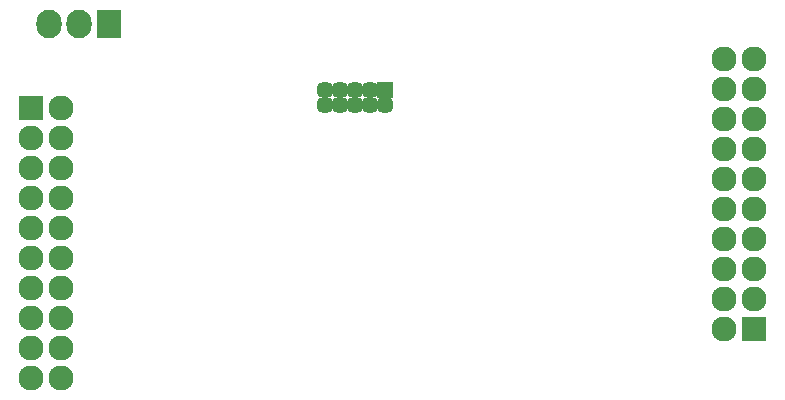
<source format=gbs>
G04 #@! TF.FileFunction,Soldermask,Bot*
%FSLAX46Y46*%
G04 Gerber Fmt 4.6, Leading zero omitted, Abs format (unit mm)*
G04 Created by KiCad (PCBNEW 4.0.1-stable) date Wednesday, August 10, 2016 'PMt' 07:16:23 PM*
%MOMM*%
G01*
G04 APERTURE LIST*
%ADD10C,0.100000*%
%ADD11R,1.450000X1.450000*%
%ADD12C,1.450000*%
%ADD13R,2.127200X2.127200*%
%ADD14O,2.127200X2.127200*%
%ADD15R,2.127200X2.432000*%
%ADD16O,2.127200X2.432000*%
G04 APERTURE END LIST*
D10*
D11*
X148820458Y-118693810D03*
D12*
X147550458Y-118693810D03*
X146280458Y-118693810D03*
X145010458Y-118693810D03*
X143740458Y-118693810D03*
X147550458Y-119963810D03*
X146280458Y-119963810D03*
X145010458Y-119963810D03*
X143740458Y-119963810D03*
X148820458Y-119963810D03*
D13*
X118872000Y-120217810D03*
D14*
X121412000Y-120217810D03*
X118872000Y-122757810D03*
X121412000Y-122757810D03*
X118872000Y-125297810D03*
X121412000Y-125297810D03*
X118872000Y-127837810D03*
X121412000Y-127837810D03*
X118872000Y-130377810D03*
X121412000Y-130377810D03*
X118872000Y-132917810D03*
X121412000Y-132917810D03*
X118872000Y-135457810D03*
X121412000Y-135457810D03*
X118872000Y-137997810D03*
X121412000Y-137997810D03*
X118872000Y-140537810D03*
X121412000Y-140537810D03*
X118872000Y-143077810D03*
X121412000Y-143077810D03*
D15*
X125452458Y-113105810D03*
D16*
X122912458Y-113105810D03*
X120372458Y-113105810D03*
D13*
X180086000Y-138938000D03*
D14*
X177546000Y-138938000D03*
X180086000Y-136398000D03*
X177546000Y-136398000D03*
X180086000Y-133858000D03*
X177546000Y-133858000D03*
X180086000Y-131318000D03*
X177546000Y-131318000D03*
X180086000Y-128778000D03*
X177546000Y-128778000D03*
X180086000Y-126238000D03*
X177546000Y-126238000D03*
X180086000Y-123698000D03*
X177546000Y-123698000D03*
X180086000Y-121158000D03*
X177546000Y-121158000D03*
X180086000Y-118618000D03*
X177546000Y-118618000D03*
X180086000Y-116078000D03*
X177546000Y-116078000D03*
M02*

</source>
